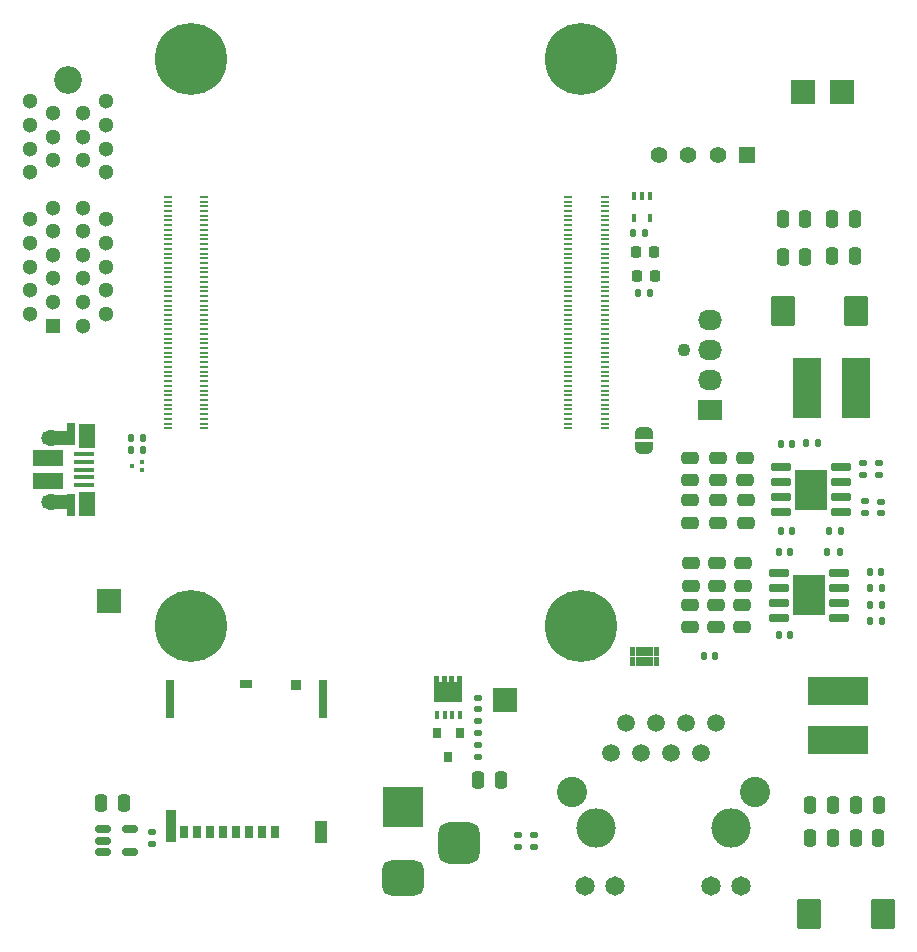
<source format=gts>
%TF.GenerationSoftware,KiCad,Pcbnew,(5.99.0-11164-g062c4fda62)*%
%TF.CreationDate,2021-09-01T15:58:56+05:30*%
%TF.ProjectId,rpi-cm4-base-carrier,7270692d-636d-4342-9d62-6173652d6361,v01*%
%TF.SameCoordinates,Original*%
%TF.FileFunction,Soldermask,Top*%
%TF.FilePolarity,Negative*%
%FSLAX46Y46*%
G04 Gerber Fmt 4.6, Leading zero omitted, Abs format (unit mm)*
G04 Created by KiCad (PCBNEW (5.99.0-11164-g062c4fda62)) date 2021-09-01 15:58:56*
%MOMM*%
%LPD*%
G01*
G04 APERTURE LIST*
G04 Aperture macros list*
%AMRoundRect*
0 Rectangle with rounded corners*
0 $1 Rounding radius*
0 $2 $3 $4 $5 $6 $7 $8 $9 X,Y pos of 4 corners*
0 Add a 4 corners polygon primitive as box body*
4,1,4,$2,$3,$4,$5,$6,$7,$8,$9,$2,$3,0*
0 Add four circle primitives for the rounded corners*
1,1,$1+$1,$2,$3*
1,1,$1+$1,$4,$5*
1,1,$1+$1,$6,$7*
1,1,$1+$1,$8,$9*
0 Add four rect primitives between the rounded corners*
20,1,$1+$1,$2,$3,$4,$5,0*
20,1,$1+$1,$4,$5,$6,$7,0*
20,1,$1+$1,$6,$7,$8,$9,0*
20,1,$1+$1,$8,$9,$2,$3,0*%
%AMFreePoly0*
4,1,17,1.395000,0.765000,0.855000,0.765000,0.855000,0.535000,1.395000,0.535000,1.395000,0.115000,0.855000,0.115000,0.855000,-0.115000,1.395000,-0.115000,1.395000,-0.535000,0.855000,-0.535000,0.855000,-0.765000,1.395000,-0.765000,1.395000,-1.185000,-0.855000,-1.185000,-0.855000,1.185000,1.395000,1.185000,1.395000,0.765000,1.395000,0.765000,$1*%
%AMFreePoly1*
4,1,22,0.500000,-0.750000,0.000000,-0.750000,0.000000,-0.745033,-0.079941,-0.743568,-0.215256,-0.701293,-0.333266,-0.622738,-0.424486,-0.514219,-0.481581,-0.384460,-0.499164,-0.250000,-0.500000,-0.250000,-0.500000,0.250000,-0.499164,0.250000,-0.499963,0.256109,-0.478152,0.396186,-0.417904,0.524511,-0.324060,0.630769,-0.204165,0.706417,-0.067858,0.745374,0.000000,0.744959,0.000000,0.750000,
0.500000,0.750000,0.500000,-0.750000,0.500000,-0.750000,$1*%
%AMFreePoly2*
4,1,20,0.000000,0.744959,0.073905,0.744508,0.209726,0.703889,0.328688,0.626782,0.421226,0.519385,0.479903,0.390333,0.500000,0.250000,0.500000,-0.250000,0.499851,-0.262216,0.476331,-0.402017,0.414519,-0.529596,0.319384,-0.634700,0.198574,-0.708877,0.061801,-0.746166,0.000000,-0.745033,0.000000,-0.750000,-0.500000,-0.750000,-0.500000,0.750000,0.000000,0.750000,0.000000,0.744959,
0.000000,0.744959,$1*%
G04 Aperture macros list end*
%ADD10C,0.010000*%
%ADD11RoundRect,0.250000X-0.475000X0.250000X-0.475000X-0.250000X0.475000X-0.250000X0.475000X0.250000X0*%
%ADD12RoundRect,0.140000X-0.170000X0.140000X-0.170000X-0.140000X0.170000X-0.140000X0.170000X0.140000X0*%
%ADD13RoundRect,0.135000X0.135000X0.185000X-0.135000X0.185000X-0.135000X-0.185000X0.135000X-0.185000X0*%
%ADD14R,2.000000X2.000000*%
%ADD15R,1.408000X1.408000*%
%ADD16C,1.408000*%
%ADD17R,0.300000X0.300000*%
%ADD18R,0.420000X0.700000*%
%ADD19FreePoly0,90.000000*%
%ADD20RoundRect,0.140000X-0.140000X-0.170000X0.140000X-0.170000X0.140000X0.170000X-0.140000X0.170000X0*%
%ADD21RoundRect,0.140000X0.170000X-0.140000X0.170000X0.140000X-0.170000X0.140000X-0.170000X-0.140000X0*%
%ADD22R,2.350000X5.100000*%
%ADD23RoundRect,0.135000X-0.185000X0.135000X-0.185000X-0.135000X0.185000X-0.135000X0.185000X0.135000X0*%
%ADD24R,2.710000X3.400000*%
%ADD25RoundRect,0.150000X-0.737500X-0.150000X0.737500X-0.150000X0.737500X0.150000X-0.737500X0.150000X0*%
%ADD26RoundRect,0.135000X-0.135000X-0.185000X0.135000X-0.185000X0.135000X0.185000X-0.135000X0.185000X0*%
%ADD27RoundRect,0.250000X0.787500X1.025000X-0.787500X1.025000X-0.787500X-1.025000X0.787500X-1.025000X0*%
%ADD28RoundRect,0.250000X-0.250000X-0.475000X0.250000X-0.475000X0.250000X0.475000X-0.250000X0.475000X0*%
%ADD29RoundRect,0.135000X0.185000X-0.135000X0.185000X0.135000X-0.185000X0.135000X-0.185000X-0.135000X0*%
%ADD30RoundRect,0.250000X0.475000X-0.250000X0.475000X0.250000X-0.475000X0.250000X-0.475000X-0.250000X0*%
%ADD31RoundRect,0.250000X0.250000X0.475000X-0.250000X0.475000X-0.250000X-0.475000X0.250000X-0.475000X0*%
%ADD32RoundRect,0.218750X-0.218750X-0.256250X0.218750X-0.256250X0.218750X0.256250X-0.218750X0.256250X0*%
%ADD33C,1.509000*%
%ADD34C,1.650000*%
%ADD35C,2.565000*%
%ADD36C,3.330000*%
%ADD37R,5.100000X2.350000*%
%ADD38R,1.750000X0.400000*%
%ADD39R,2.500000X1.425000*%
%ADD40R,0.700000X1.825000*%
%ADD41O,1.400000X1.000000*%
%ADD42R,1.400000X2.000000*%
%ADD43R,2.000000X1.300000*%
%ADD44O,1.700000X1.300000*%
%ADD45RoundRect,0.140000X0.140000X0.170000X-0.140000X0.170000X-0.140000X-0.170000X0.140000X-0.170000X0*%
%ADD46RoundRect,0.150000X-0.512500X-0.150000X0.512500X-0.150000X0.512500X0.150000X-0.512500X0.150000X0*%
%ADD47C,1.100000*%
%ADD48R,2.030000X1.730000*%
%ADD49O,2.030000X1.730000*%
%ADD50R,0.700000X1.100000*%
%ADD51R,0.900000X0.930000*%
%ADD52R,1.050000X0.780000*%
%ADD53R,0.700000X3.330000*%
%ADD54R,1.140000X1.830000*%
%ADD55R,0.860000X2.800000*%
%ADD56RoundRect,0.250000X-0.787500X-1.025000X0.787500X-1.025000X0.787500X1.025000X-0.787500X1.025000X0*%
%ADD57R,0.800000X0.900000*%
%ADD58R,0.400000X0.650000*%
%ADD59C,2.350000*%
%ADD60R,1.300000X1.300000*%
%ADD61C,1.300000*%
%ADD62R,3.500000X3.500000*%
%ADD63RoundRect,0.750000X1.000000X-0.750000X1.000000X0.750000X-1.000000X0.750000X-1.000000X-0.750000X0*%
%ADD64RoundRect,0.875000X0.875000X-0.875000X0.875000X0.875000X-0.875000X0.875000X-0.875000X-0.875000X0*%
%ADD65FreePoly1,270.000000*%
%ADD66FreePoly2,270.000000*%
%ADD67C,6.100000*%
%ADD68R,0.700000X0.200000*%
G04 APERTURE END LIST*
D10*
%TO.C,U6*%
X164220000Y-99590000D02*
X164220000Y-100295000D01*
X164220000Y-100295000D02*
X163680000Y-100295000D01*
X163680000Y-100295000D02*
X163680000Y-99590000D01*
X163680000Y-99590000D02*
X164220000Y-99590000D01*
G36*
X164220000Y-100295000D02*
G01*
X163680000Y-100295000D01*
X163680000Y-99590000D01*
X164220000Y-99590000D01*
X164220000Y-100295000D01*
G37*
X164220000Y-100295000D02*
X163680000Y-100295000D01*
X163680000Y-99590000D01*
X164220000Y-99590000D01*
X164220000Y-100295000D01*
X165120000Y-99590000D02*
X165120000Y-100295000D01*
X165120000Y-100295000D02*
X164780000Y-100295000D01*
X164780000Y-100295000D02*
X164780000Y-99590000D01*
X164780000Y-99590000D02*
X165120000Y-99590000D01*
G36*
X165120000Y-100295000D02*
G01*
X164780000Y-100295000D01*
X164780000Y-99590000D01*
X165120000Y-99590000D01*
X165120000Y-100295000D01*
G37*
X165120000Y-100295000D02*
X164780000Y-100295000D01*
X164780000Y-99590000D01*
X165120000Y-99590000D01*
X165120000Y-100295000D01*
X164220000Y-100425000D02*
X164220000Y-101130000D01*
X164220000Y-101130000D02*
X163680000Y-101130000D01*
X163680000Y-101130000D02*
X163680000Y-100425000D01*
X163680000Y-100425000D02*
X164220000Y-100425000D01*
G36*
X164220000Y-101130000D02*
G01*
X163680000Y-101130000D01*
X163680000Y-100425000D01*
X164220000Y-100425000D01*
X164220000Y-101130000D01*
G37*
X164220000Y-101130000D02*
X163680000Y-101130000D01*
X163680000Y-100425000D01*
X164220000Y-100425000D01*
X164220000Y-101130000D01*
X164620000Y-99590000D02*
X164620000Y-100295000D01*
X164620000Y-100295000D02*
X164280000Y-100295000D01*
X164280000Y-100295000D02*
X164280000Y-99590000D01*
X164280000Y-99590000D02*
X164620000Y-99590000D01*
G36*
X164620000Y-100295000D02*
G01*
X164280000Y-100295000D01*
X164280000Y-99590000D01*
X164620000Y-99590000D01*
X164620000Y-100295000D01*
G37*
X164620000Y-100295000D02*
X164280000Y-100295000D01*
X164280000Y-99590000D01*
X164620000Y-99590000D01*
X164620000Y-100295000D01*
X163620000Y-99590000D02*
X163620000Y-100295000D01*
X163620000Y-100295000D02*
X163280000Y-100295000D01*
X163280000Y-100295000D02*
X163280000Y-99590000D01*
X163280000Y-99590000D02*
X163620000Y-99590000D01*
G36*
X163620000Y-100295000D02*
G01*
X163280000Y-100295000D01*
X163280000Y-99590000D01*
X163620000Y-99590000D01*
X163620000Y-100295000D01*
G37*
X163620000Y-100295000D02*
X163280000Y-100295000D01*
X163280000Y-99590000D01*
X163620000Y-99590000D01*
X163620000Y-100295000D01*
X163120000Y-99590000D02*
X163120000Y-100295000D01*
X163120000Y-100295000D02*
X162780000Y-100295000D01*
X162780000Y-100295000D02*
X162780000Y-99590000D01*
X162780000Y-99590000D02*
X163120000Y-99590000D01*
G36*
X163120000Y-100295000D02*
G01*
X162780000Y-100295000D01*
X162780000Y-99590000D01*
X163120000Y-99590000D01*
X163120000Y-100295000D01*
G37*
X163120000Y-100295000D02*
X162780000Y-100295000D01*
X162780000Y-99590000D01*
X163120000Y-99590000D01*
X163120000Y-100295000D01*
X163120000Y-100425000D02*
X163120000Y-101130000D01*
X163120000Y-101130000D02*
X162780000Y-101130000D01*
X162780000Y-101130000D02*
X162780000Y-100425000D01*
X162780000Y-100425000D02*
X163120000Y-100425000D01*
G36*
X163120000Y-101130000D02*
G01*
X162780000Y-101130000D01*
X162780000Y-100425000D01*
X163120000Y-100425000D01*
X163120000Y-101130000D01*
G37*
X163120000Y-101130000D02*
X162780000Y-101130000D01*
X162780000Y-100425000D01*
X163120000Y-100425000D01*
X163120000Y-101130000D01*
X164620000Y-100425000D02*
X164620000Y-101130000D01*
X164620000Y-101130000D02*
X164280000Y-101130000D01*
X164280000Y-101130000D02*
X164280000Y-100425000D01*
X164280000Y-100425000D02*
X164620000Y-100425000D01*
G36*
X164620000Y-101130000D02*
G01*
X164280000Y-101130000D01*
X164280000Y-100425000D01*
X164620000Y-100425000D01*
X164620000Y-101130000D01*
G37*
X164620000Y-101130000D02*
X164280000Y-101130000D01*
X164280000Y-100425000D01*
X164620000Y-100425000D01*
X164620000Y-101130000D01*
X163620000Y-100425000D02*
X163620000Y-101130000D01*
X163620000Y-101130000D02*
X163280000Y-101130000D01*
X163280000Y-101130000D02*
X163280000Y-100425000D01*
X163280000Y-100425000D02*
X163620000Y-100425000D01*
G36*
X163620000Y-101130000D02*
G01*
X163280000Y-101130000D01*
X163280000Y-100425000D01*
X163620000Y-100425000D01*
X163620000Y-101130000D01*
G37*
X163620000Y-101130000D02*
X163280000Y-101130000D01*
X163280000Y-100425000D01*
X163620000Y-100425000D01*
X163620000Y-101130000D01*
X165120000Y-100425000D02*
X165120000Y-101130000D01*
X165120000Y-101130000D02*
X164780000Y-101130000D01*
X164780000Y-101130000D02*
X164780000Y-100425000D01*
X164780000Y-100425000D02*
X165120000Y-100425000D01*
G36*
X165120000Y-101130000D02*
G01*
X164780000Y-101130000D01*
X164780000Y-100425000D01*
X165120000Y-100425000D01*
X165120000Y-101130000D01*
G37*
X165120000Y-101130000D02*
X164780000Y-101130000D01*
X164780000Y-100425000D01*
X165120000Y-100425000D01*
X165120000Y-101130000D01*
%TD*%
D11*
%TO.C,C9*%
X170220000Y-87150000D03*
X170220000Y-89050000D03*
%TD*%
D12*
%TO.C,C22*%
X184010000Y-87270000D03*
X184010000Y-88230000D03*
%TD*%
D13*
%TO.C,R7*%
X180520000Y-91500000D03*
X179500000Y-91500000D03*
%TD*%
D14*
%TO.C,TP2*%
X180720000Y-52610000D03*
%TD*%
D15*
%TO.C,J4*%
X172697500Y-57890000D03*
D16*
X170197500Y-57890000D03*
X167697500Y-57890000D03*
X165197500Y-57890000D03*
%TD*%
D17*
%TO.C,U2*%
X121424556Y-84634089D03*
X121424556Y-83934089D03*
X120574556Y-84284089D03*
%TD*%
D18*
%TO.C,Q1*%
X146437500Y-105375000D03*
X147087500Y-105375000D03*
X147737500Y-105375000D03*
X148387500Y-105375000D03*
D19*
X147412500Y-103420000D03*
%TD*%
D13*
%TO.C,R4*%
X121519556Y-81894089D03*
X120499556Y-81894089D03*
%TD*%
D20*
%TO.C,C15*%
X175540000Y-89740000D03*
X176500000Y-89740000D03*
%TD*%
D21*
%TO.C,C12*%
X149912500Y-108855000D03*
X149912500Y-107895000D03*
%TD*%
D22*
%TO.C,L1*%
X177735000Y-77640000D03*
X181885000Y-77640000D03*
%TD*%
D23*
%TO.C,R9*%
X182700000Y-87240000D03*
X182700000Y-88260000D03*
%TD*%
D24*
%TO.C,U3*%
X178120000Y-86280000D03*
D25*
X175557500Y-84375000D03*
X175557500Y-85645000D03*
X175557500Y-86915000D03*
X175557500Y-88185000D03*
X180682500Y-88185000D03*
X180682500Y-86915000D03*
X180682500Y-85645000D03*
X180682500Y-84375000D03*
%TD*%
D26*
%TO.C,R3*%
X120499556Y-82874089D03*
X121519556Y-82874089D03*
%TD*%
%TO.C,R1*%
X163440000Y-69570000D03*
X164460000Y-69570000D03*
%TD*%
D27*
%TO.C,C30*%
X181950000Y-71120000D03*
X175725000Y-71120000D03*
%TD*%
D12*
%TO.C,C20*%
X182530000Y-84020000D03*
X182530000Y-84980000D03*
%TD*%
D11*
%TO.C,C16*%
X167880000Y-95995000D03*
X167880000Y-97895000D03*
%TD*%
D28*
%TO.C,C26*%
X181927500Y-112972500D03*
X183827500Y-112972500D03*
%TD*%
D29*
%TO.C,R16*%
X154670000Y-116530000D03*
X154670000Y-115510000D03*
%TD*%
D11*
%TO.C,C11*%
X167870000Y-87150000D03*
X167870000Y-89050000D03*
%TD*%
D30*
%TO.C,C1*%
X167840000Y-85440000D03*
X167840000Y-83540000D03*
%TD*%
D20*
%TO.C,C34*%
X169030000Y-100310000D03*
X169990000Y-100310000D03*
%TD*%
D31*
%TO.C,C24*%
X177630000Y-63320000D03*
X175730000Y-63320000D03*
%TD*%
D29*
%TO.C,R5*%
X149912500Y-106885000D03*
X149912500Y-105865000D03*
%TD*%
D14*
%TO.C,TP3*%
X118630000Y-95650000D03*
%TD*%
%TO.C,TP1*%
X152160000Y-104080000D03*
%TD*%
D13*
%TO.C,R6*%
X178660000Y-82350000D03*
X177640000Y-82350000D03*
%TD*%
D32*
%TO.C,D1*%
X163350000Y-68170000D03*
X164925000Y-68170000D03*
%TD*%
D26*
%TO.C,R11*%
X183060000Y-94625000D03*
X184080000Y-94625000D03*
%TD*%
D11*
%TO.C,C7*%
X172570000Y-87150000D03*
X172570000Y-89050000D03*
%TD*%
D23*
%TO.C,R14*%
X122350000Y-115260000D03*
X122350000Y-116280000D03*
%TD*%
D30*
%TO.C,C5*%
X172540000Y-85440000D03*
X172540000Y-83540000D03*
%TD*%
D20*
%TO.C,C19*%
X175360000Y-98570000D03*
X176320000Y-98570000D03*
%TD*%
D28*
%TO.C,C33*%
X118020000Y-112750000D03*
X119920000Y-112750000D03*
%TD*%
D13*
%TO.C,R2*%
X164060000Y-64570000D03*
X163040000Y-64570000D03*
%TD*%
D31*
%TO.C,C23*%
X177630000Y-66520000D03*
X175730000Y-66520000D03*
%TD*%
D26*
%TO.C,R13*%
X183060000Y-96005000D03*
X184080000Y-96005000D03*
%TD*%
D33*
%TO.C,J7*%
X161144500Y-108550000D03*
X162414500Y-106010000D03*
X163684500Y-108550000D03*
X164954500Y-106010000D03*
X166224500Y-108550000D03*
X167494500Y-106010000D03*
X168764500Y-108550000D03*
X170034500Y-106010000D03*
D34*
X158964500Y-119800000D03*
X161504500Y-119800000D03*
X169674500Y-119800000D03*
X172214500Y-119800000D03*
D35*
X173334500Y-111850000D03*
X157844500Y-111850000D03*
D36*
X171304500Y-114900000D03*
X159874500Y-114900000D03*
%TD*%
D13*
%TO.C,R12*%
X184080000Y-97385000D03*
X183060000Y-97385000D03*
%TD*%
D37*
%TO.C,L2*%
X180397500Y-103332500D03*
X180397500Y-107482500D03*
%TD*%
D13*
%TO.C,R10*%
X180680000Y-89740000D03*
X179660000Y-89740000D03*
%TD*%
D38*
%TO.C,J2*%
X116579556Y-83274089D03*
X116579556Y-83924089D03*
X116579556Y-84574089D03*
X116579556Y-85224089D03*
X116579556Y-85874089D03*
D39*
X113509556Y-85536589D03*
D40*
X115459556Y-87561589D03*
D41*
X116789556Y-86999089D03*
D42*
X116819556Y-87474089D03*
D40*
X115459556Y-81586589D03*
D42*
X116819556Y-81724089D03*
D43*
X114689556Y-87299089D03*
D44*
X113759556Y-87299089D03*
D41*
X116789556Y-82149089D03*
D44*
X113759556Y-81849089D03*
D43*
X114689556Y-81849089D03*
D39*
X113509556Y-83611589D03*
%TD*%
D45*
%TO.C,C21*%
X184050000Y-93255000D03*
X183090000Y-93255000D03*
%TD*%
%TO.C,C18*%
X176340000Y-91500000D03*
X175380000Y-91500000D03*
%TD*%
D46*
%TO.C,U5*%
X118150000Y-115020000D03*
X118150000Y-115970000D03*
X118150000Y-116920000D03*
X120425000Y-116920000D03*
X120425000Y-115020000D03*
%TD*%
D24*
%TO.C,U4*%
X177930000Y-95185000D03*
D25*
X175367500Y-93280000D03*
X175367500Y-94550000D03*
X175367500Y-95820000D03*
X175367500Y-97090000D03*
X180492500Y-97090000D03*
X180492500Y-95820000D03*
X180492500Y-94550000D03*
X180492500Y-93280000D03*
%TD*%
D12*
%TO.C,C3*%
X149912500Y-103895000D03*
X149912500Y-104855000D03*
%TD*%
D29*
%TO.C,R15*%
X153300000Y-116530000D03*
X153300000Y-115510000D03*
%TD*%
D30*
%TO.C,C8*%
X172370000Y-94375000D03*
X172370000Y-92475000D03*
%TD*%
D47*
%TO.C,J1*%
X167360000Y-74460000D03*
D48*
X169520000Y-79540000D03*
D49*
X169520000Y-77000000D03*
X169520000Y-74460000D03*
X169520000Y-71920000D03*
%TD*%
D30*
%TO.C,C2*%
X170190000Y-85440000D03*
X170190000Y-83540000D03*
%TD*%
D28*
%TO.C,C17*%
X149920000Y-110875000D03*
X151820000Y-110875000D03*
%TD*%
D50*
%TO.C,J5*%
X132730000Y-115262500D03*
X131630000Y-115262500D03*
X130530000Y-115262500D03*
X129430000Y-115262500D03*
X128330000Y-115262500D03*
X127230000Y-115262500D03*
X126130000Y-115262500D03*
X125030000Y-115262500D03*
D51*
X134520000Y-102797500D03*
D52*
X130255000Y-102722500D03*
D53*
X136830000Y-103997500D03*
D54*
X136610000Y-115247500D03*
D55*
X123950000Y-114762500D03*
D53*
X123870000Y-103997500D03*
%TD*%
D30*
%TO.C,C6*%
X170150000Y-94375000D03*
X170150000Y-92475000D03*
%TD*%
D56*
%TO.C,C32*%
X177970000Y-122210000D03*
X184195000Y-122210000D03*
%TD*%
D28*
%TO.C,C28*%
X181917500Y-115762500D03*
X183817500Y-115762500D03*
%TD*%
D57*
%TO.C,D3*%
X146462500Y-106875000D03*
X147412500Y-108875000D03*
X148362500Y-106875000D03*
%TD*%
D58*
%TO.C,U1*%
X164450000Y-61370000D03*
X163800000Y-61370000D03*
X163150000Y-61370000D03*
X163150000Y-63270000D03*
X164450000Y-63270000D03*
%TD*%
D31*
%TO.C,C29*%
X179947500Y-115762500D03*
X178047500Y-115762500D03*
%TD*%
D59*
%TO.C,J6*%
X115190000Y-51580000D03*
D60*
X113940000Y-72380000D03*
D61*
X111940000Y-71380000D03*
X113940000Y-70380000D03*
X111940000Y-69380000D03*
X113940000Y-68380000D03*
X111940000Y-67380000D03*
X113940000Y-66380000D03*
X111940000Y-65380000D03*
X113940000Y-64380000D03*
X111940000Y-63380000D03*
X113940000Y-62380000D03*
X111940000Y-59380000D03*
X113940000Y-58380000D03*
X111940000Y-57380000D03*
X113940000Y-56380000D03*
X111940000Y-55380000D03*
X113940000Y-54380000D03*
X111940000Y-53380000D03*
X116440000Y-72380000D03*
X118440000Y-71380000D03*
X116440000Y-70380000D03*
X118440000Y-69380000D03*
X116440000Y-68380000D03*
X118440000Y-67380000D03*
X116440000Y-66380000D03*
X118440000Y-65380000D03*
X116440000Y-64380000D03*
X118440000Y-63380000D03*
X116440000Y-62380000D03*
X118440000Y-59380000D03*
X116440000Y-58380000D03*
X118440000Y-57380000D03*
X116440000Y-56380000D03*
X118440000Y-55380000D03*
X116440000Y-54380000D03*
X118440000Y-53380000D03*
%TD*%
D62*
%TO.C,J3*%
X143592500Y-113170000D03*
D63*
X143592500Y-119170000D03*
D64*
X148292500Y-116170000D03*
%TD*%
D28*
%TO.C,C25*%
X179900000Y-63320000D03*
X181800000Y-63320000D03*
%TD*%
D32*
%TO.C,D2*%
X163262500Y-66170000D03*
X164837500Y-66170000D03*
%TD*%
D31*
%TO.C,C31*%
X179947500Y-112972500D03*
X178047500Y-112972500D03*
%TD*%
D65*
%TO.C,JP1*%
X163950000Y-81470000D03*
D66*
X163950000Y-82770000D03*
%TD*%
D45*
%TO.C,C14*%
X176530000Y-82360000D03*
X175570000Y-82360000D03*
%TD*%
D28*
%TO.C,C27*%
X179900000Y-66510000D03*
X181800000Y-66510000D03*
%TD*%
D14*
%TO.C,TP4*%
X177430000Y-52590000D03*
%TD*%
D67*
%TO.C,Module1*%
X125650000Y-97770000D03*
X158650000Y-49770000D03*
X125650000Y-49770000D03*
X158650000Y-97770000D03*
D68*
X160650000Y-81070000D03*
X157570000Y-81070000D03*
X160650000Y-80670000D03*
X157570000Y-80670000D03*
X160650000Y-80270000D03*
X157570000Y-80270000D03*
X160650000Y-79870000D03*
X157570000Y-79870000D03*
X160650000Y-79470000D03*
X157570000Y-79470000D03*
X160650000Y-79070000D03*
X157570000Y-79070000D03*
X160650000Y-78670000D03*
X157570000Y-78670000D03*
X160650000Y-78270000D03*
X157570000Y-78270000D03*
X160650000Y-77870000D03*
X157570000Y-77870000D03*
X160650000Y-77470000D03*
X157570000Y-77470000D03*
X160650000Y-77070000D03*
X157570000Y-77070000D03*
X160650000Y-76670000D03*
X157570000Y-76670000D03*
X160650000Y-76270000D03*
X157570000Y-76270000D03*
X160650000Y-75870000D03*
X157570000Y-75870000D03*
X160650000Y-75470000D03*
X157570000Y-75470000D03*
X160650000Y-75070000D03*
X157570000Y-75070000D03*
X160650000Y-74670000D03*
X157570000Y-74670000D03*
X160650000Y-74270000D03*
X157570000Y-74270000D03*
X160650000Y-73870000D03*
X157570000Y-73870000D03*
X160650000Y-73470000D03*
X157570000Y-73470000D03*
X160650000Y-73070000D03*
X157570000Y-73070000D03*
X160650000Y-72670000D03*
X157570000Y-72670000D03*
X160650000Y-72270000D03*
X157570000Y-72270000D03*
X160650000Y-71870000D03*
X157570000Y-71870000D03*
X160650000Y-71470000D03*
X157570000Y-71470000D03*
X160650000Y-71070000D03*
X157570000Y-71070000D03*
X160650000Y-70670000D03*
X157570000Y-70670000D03*
X160650000Y-70270000D03*
X157570000Y-70270000D03*
X160650000Y-69870000D03*
X157570000Y-69870000D03*
X160650000Y-69470000D03*
X157570000Y-69470000D03*
X160650000Y-69070000D03*
X157570000Y-69070000D03*
X160650000Y-68670000D03*
X157570000Y-68670000D03*
X160650000Y-68270000D03*
X157570000Y-68270000D03*
X160650000Y-67870000D03*
X157570000Y-67870000D03*
X160650000Y-67470000D03*
X157570000Y-67470000D03*
X160650000Y-67070000D03*
X157570000Y-67070000D03*
X160650000Y-66670000D03*
X157570000Y-66670000D03*
X160650000Y-66270000D03*
X157570000Y-66270000D03*
X160650000Y-65870000D03*
X157570000Y-65870000D03*
X160650000Y-65470000D03*
X157570000Y-65470000D03*
X160650000Y-65070000D03*
X157570000Y-65070000D03*
X160650000Y-64670000D03*
X157570000Y-64670000D03*
X160650000Y-64270000D03*
X157570000Y-64270000D03*
X160650000Y-63870000D03*
X157570000Y-63870000D03*
X160650000Y-63470000D03*
X157570000Y-63470000D03*
X160650000Y-63070000D03*
X157570000Y-63070000D03*
X160650000Y-62670000D03*
X157570000Y-62670000D03*
X160650000Y-62270000D03*
X157570000Y-62270000D03*
X160650000Y-61870000D03*
X157570000Y-61870000D03*
X160650000Y-61470000D03*
X157570000Y-61470000D03*
X126730000Y-81070000D03*
X123650000Y-81070000D03*
X126730000Y-80670000D03*
X123650000Y-80670000D03*
X126730000Y-80270000D03*
X123650000Y-80270000D03*
X126730000Y-79870000D03*
X123650000Y-79870000D03*
X126730000Y-79470000D03*
X123650000Y-79470000D03*
X126730000Y-79070000D03*
X123650000Y-79070000D03*
X126730000Y-78670000D03*
X123650000Y-78670000D03*
X126730000Y-78270000D03*
X123650000Y-78270000D03*
X126730000Y-77870000D03*
X123650000Y-77870000D03*
X126730000Y-77470000D03*
X123650000Y-77470000D03*
X126730000Y-77070000D03*
X123650000Y-77070000D03*
X126730000Y-76670000D03*
X123650000Y-76670000D03*
X126730000Y-76270000D03*
X123650000Y-76270000D03*
X126730000Y-75870000D03*
X123650000Y-75870000D03*
X126730000Y-75470000D03*
X123650000Y-75470000D03*
X126730000Y-75070000D03*
X123650000Y-75070000D03*
X126730000Y-74670000D03*
X123650000Y-74670000D03*
X126730000Y-74270000D03*
X123650000Y-74270000D03*
X126730000Y-73870000D03*
X123650000Y-73870000D03*
X126730000Y-73470000D03*
X123650000Y-73470000D03*
X126730000Y-73070000D03*
X123650000Y-73070000D03*
X126730000Y-72670000D03*
X123650000Y-72670000D03*
X126730000Y-72270000D03*
X123650000Y-72270000D03*
X126730000Y-71870000D03*
X123650000Y-71870000D03*
X126730000Y-71470000D03*
X123650000Y-71470000D03*
X126730000Y-71070000D03*
X123650000Y-71070000D03*
X126730000Y-70670000D03*
X123650000Y-70670000D03*
X126730000Y-70270000D03*
X123650000Y-70270000D03*
X126730000Y-69870000D03*
X123650000Y-69870000D03*
X126730000Y-69470000D03*
X123650000Y-69470000D03*
X126730000Y-69070000D03*
X123650000Y-69070000D03*
X126730000Y-68670000D03*
X123650000Y-68670000D03*
X126730000Y-68270000D03*
X123650000Y-68270000D03*
X126730000Y-67870000D03*
X123650000Y-67870000D03*
X126730000Y-67470000D03*
X123650000Y-67470000D03*
X126730000Y-67070000D03*
X123650000Y-67070000D03*
X126730000Y-66670000D03*
X123650000Y-66670000D03*
X126730000Y-66270000D03*
X123650000Y-66270000D03*
X126730000Y-65870000D03*
X123650000Y-65870000D03*
X126730000Y-65470000D03*
X123650000Y-65470000D03*
X126730000Y-65070000D03*
X123650000Y-65070000D03*
X126730000Y-64670000D03*
X123650000Y-64670000D03*
X126730000Y-64270000D03*
X123650000Y-64270000D03*
X126730000Y-63870000D03*
X123650000Y-63870000D03*
X126730000Y-63470000D03*
X123650000Y-63470000D03*
X126730000Y-63070000D03*
X123650000Y-63070000D03*
X126730000Y-62670000D03*
X123650000Y-62670000D03*
X126730000Y-62270000D03*
X123650000Y-62270000D03*
X126730000Y-61870000D03*
X123650000Y-61870000D03*
X126730000Y-61470000D03*
X123650000Y-61470000D03*
%TD*%
D30*
%TO.C,C4*%
X167930000Y-94375000D03*
X167930000Y-92475000D03*
%TD*%
D29*
%TO.C,R8*%
X183850000Y-85000000D03*
X183850000Y-83980000D03*
%TD*%
D11*
%TO.C,C13*%
X170075000Y-95995000D03*
X170075000Y-97895000D03*
%TD*%
%TO.C,C10*%
X172270000Y-95995000D03*
X172270000Y-97895000D03*
%TD*%
M02*

</source>
